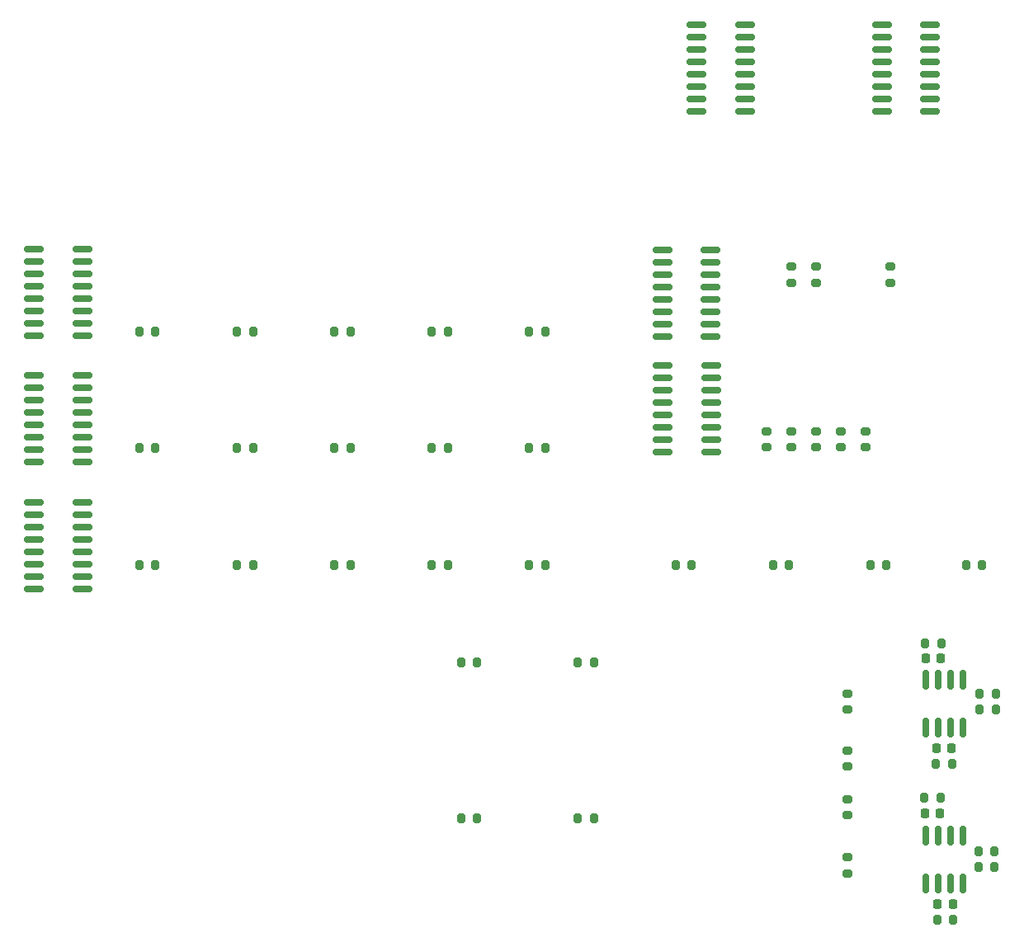
<source format=gbr>
%TF.GenerationSoftware,KiCad,Pcbnew,7.0.2*%
%TF.CreationDate,2025-02-19T16:25:23+00:00*%
%TF.ProjectId,dk2_04_top,646b325f-3034-45f7-946f-702e6b696361,rev?*%
%TF.SameCoordinates,Original*%
%TF.FileFunction,Paste,Bot*%
%TF.FilePolarity,Positive*%
%FSLAX46Y46*%
G04 Gerber Fmt 4.6, Leading zero omitted, Abs format (unit mm)*
G04 Created by KiCad (PCBNEW 7.0.2) date 2025-02-19 16:25:23*
%MOMM*%
%LPD*%
G01*
G04 APERTURE LIST*
G04 Aperture macros list*
%AMRoundRect*
0 Rectangle with rounded corners*
0 $1 Rounding radius*
0 $2 $3 $4 $5 $6 $7 $8 $9 X,Y pos of 4 corners*
0 Add a 4 corners polygon primitive as box body*
4,1,4,$2,$3,$4,$5,$6,$7,$8,$9,$2,$3,0*
0 Add four circle primitives for the rounded corners*
1,1,$1+$1,$2,$3*
1,1,$1+$1,$4,$5*
1,1,$1+$1,$6,$7*
1,1,$1+$1,$8,$9*
0 Add four rect primitives between the rounded corners*
20,1,$1+$1,$2,$3,$4,$5,0*
20,1,$1+$1,$4,$5,$6,$7,0*
20,1,$1+$1,$6,$7,$8,$9,0*
20,1,$1+$1,$8,$9,$2,$3,0*%
G04 Aperture macros list end*
%ADD10RoundRect,0.200000X0.200000X0.275000X-0.200000X0.275000X-0.200000X-0.275000X0.200000X-0.275000X0*%
%ADD11RoundRect,0.200000X-0.275000X0.200000X-0.275000X-0.200000X0.275000X-0.200000X0.275000X0.200000X0*%
%ADD12RoundRect,0.200000X0.275000X-0.200000X0.275000X0.200000X-0.275000X0.200000X-0.275000X-0.200000X0*%
%ADD13RoundRect,0.150000X0.825000X0.150000X-0.825000X0.150000X-0.825000X-0.150000X0.825000X-0.150000X0*%
%ADD14RoundRect,0.200000X-0.200000X-0.275000X0.200000X-0.275000X0.200000X0.275000X-0.200000X0.275000X0*%
%ADD15RoundRect,0.225000X0.225000X0.250000X-0.225000X0.250000X-0.225000X-0.250000X0.225000X-0.250000X0*%
%ADD16RoundRect,0.150000X-0.150000X0.825000X-0.150000X-0.825000X0.150000X-0.825000X0.150000X0.825000X0*%
G04 APERTURE END LIST*
D10*
%TO.C,R23*%
X91000000Y-109000000D03*
X89350000Y-109000000D03*
%TD*%
%TO.C,R27*%
X131000000Y-109000000D03*
X129350000Y-109000000D03*
%TD*%
%TO.C,R29*%
X177100000Y-138400000D03*
X175450000Y-138400000D03*
%TD*%
D11*
%TO.C,R1*%
X162000000Y-122175000D03*
X162000000Y-123825000D03*
%TD*%
D10*
%TO.C,R22*%
X131000000Y-97000000D03*
X129350000Y-97000000D03*
%TD*%
%TO.C,R17*%
X131000000Y-85000000D03*
X129350000Y-85000000D03*
%TD*%
%TO.C,R18*%
X91000000Y-97000000D03*
X89350000Y-97000000D03*
%TD*%
%TO.C,R41*%
X156000000Y-109000000D03*
X154350000Y-109000000D03*
%TD*%
D11*
%TO.C,R11*%
X156210000Y-95250000D03*
X156210000Y-96900000D03*
%TD*%
D10*
%TO.C,R35*%
X177200000Y-122200000D03*
X175550000Y-122200000D03*
%TD*%
D12*
%TO.C,R9*%
X166370000Y-80010000D03*
X166370000Y-78360000D03*
%TD*%
D11*
%TO.C,R5*%
X153670000Y-95250000D03*
X153670000Y-96900000D03*
%TD*%
D10*
%TO.C,R26*%
X121000000Y-109000000D03*
X119350000Y-109000000D03*
%TD*%
%TO.C,R42*%
X166000000Y-109000000D03*
X164350000Y-109000000D03*
%TD*%
D13*
%TO.C,U6*%
X151475000Y-53555000D03*
X151475000Y-54825000D03*
X151475000Y-56095000D03*
X151475000Y-57365000D03*
X151475000Y-58635000D03*
X151475000Y-59905000D03*
X151475000Y-61175000D03*
X151475000Y-62445000D03*
X146525000Y-62445000D03*
X146525000Y-61175000D03*
X146525000Y-59905000D03*
X146525000Y-58635000D03*
X146525000Y-57365000D03*
X146525000Y-56095000D03*
X146525000Y-54825000D03*
X146525000Y-53555000D03*
%TD*%
D10*
%TO.C,R14*%
X101000000Y-85000000D03*
X99350000Y-85000000D03*
%TD*%
D12*
%TO.C,R8*%
X156210000Y-80010000D03*
X156210000Y-78360000D03*
%TD*%
D13*
%TO.C,U1*%
X147950000Y-76650000D03*
X147950000Y-77920000D03*
X147950000Y-79190000D03*
X147950000Y-80460000D03*
X147950000Y-81730000D03*
X147950000Y-83000000D03*
X147950000Y-84270000D03*
X147950000Y-85540000D03*
X143000000Y-85540000D03*
X143000000Y-84270000D03*
X143000000Y-83000000D03*
X143000000Y-81730000D03*
X143000000Y-80460000D03*
X143000000Y-79190000D03*
X143000000Y-77920000D03*
X143000000Y-76650000D03*
%TD*%
D14*
%TO.C,R30*%
X122350000Y-119000000D03*
X124000000Y-119000000D03*
%TD*%
D10*
%TO.C,R15*%
X111000000Y-85000000D03*
X109350000Y-85000000D03*
%TD*%
D14*
%TO.C,R36*%
X122350000Y-135000000D03*
X124000000Y-135000000D03*
%TD*%
D10*
%TO.C,R21*%
X121000000Y-97000000D03*
X119350000Y-97000000D03*
%TD*%
%TO.C,R20*%
X111000000Y-97000000D03*
X109350000Y-97000000D03*
%TD*%
D11*
%TO.C,R10*%
X161290000Y-95250000D03*
X161290000Y-96900000D03*
%TD*%
D10*
%TO.C,R13*%
X91000000Y-85000000D03*
X89350000Y-85000000D03*
%TD*%
D11*
%TO.C,R4*%
X162000000Y-139000000D03*
X162000000Y-140650000D03*
%TD*%
%TO.C,R7*%
X158750000Y-95250000D03*
X158750000Y-96900000D03*
%TD*%
D15*
%TO.C,C4*%
X172700000Y-127800000D03*
X171150000Y-127800000D03*
%TD*%
D10*
%TO.C,R16*%
X121000000Y-85000000D03*
X119350000Y-85000000D03*
%TD*%
D11*
%TO.C,R6*%
X163830000Y-95250000D03*
X163830000Y-96900000D03*
%TD*%
D13*
%TO.C,U2*%
X148000000Y-88460000D03*
X148000000Y-89730000D03*
X148000000Y-91000000D03*
X148000000Y-92270000D03*
X148000000Y-93540000D03*
X148000000Y-94810000D03*
X148000000Y-96080000D03*
X148000000Y-97350000D03*
X143050000Y-97350000D03*
X143050000Y-96080000D03*
X143050000Y-94810000D03*
X143050000Y-93540000D03*
X143050000Y-92270000D03*
X143050000Y-91000000D03*
X143050000Y-89730000D03*
X143050000Y-88460000D03*
%TD*%
%TO.C,U9*%
X170475000Y-53555000D03*
X170475000Y-54825000D03*
X170475000Y-56095000D03*
X170475000Y-57365000D03*
X170475000Y-58635000D03*
X170475000Y-59905000D03*
X170475000Y-61175000D03*
X170475000Y-62445000D03*
X165525000Y-62445000D03*
X165525000Y-61175000D03*
X165525000Y-59905000D03*
X165525000Y-58635000D03*
X165525000Y-57365000D03*
X165525000Y-56095000D03*
X165525000Y-54825000D03*
X165525000Y-53555000D03*
%TD*%
D15*
%TO.C,C2*%
X172800000Y-143800000D03*
X171250000Y-143800000D03*
%TD*%
D11*
%TO.C,R2*%
X162000000Y-128000000D03*
X162000000Y-129650000D03*
%TD*%
D12*
%TO.C,R12*%
X158750000Y-80010000D03*
X158750000Y-78360000D03*
%TD*%
D13*
%TO.C,U5*%
X83475000Y-89555000D03*
X83475000Y-90825000D03*
X83475000Y-92095000D03*
X83475000Y-93365000D03*
X83475000Y-94635000D03*
X83475000Y-95905000D03*
X83475000Y-97175000D03*
X83475000Y-98445000D03*
X78525000Y-98445000D03*
X78525000Y-97175000D03*
X78525000Y-95905000D03*
X78525000Y-94635000D03*
X78525000Y-93365000D03*
X78525000Y-92095000D03*
X78525000Y-90825000D03*
X78525000Y-89555000D03*
%TD*%
D15*
%TO.C,C1*%
X171500000Y-134500000D03*
X169950000Y-134500000D03*
%TD*%
D10*
%TO.C,R28*%
X146000000Y-109000000D03*
X144350000Y-109000000D03*
%TD*%
%TO.C,R34*%
X172850000Y-145400000D03*
X171200000Y-145400000D03*
%TD*%
%TO.C,R33*%
X171550000Y-132900000D03*
X169900000Y-132900000D03*
%TD*%
D13*
%TO.C,U10*%
X83475000Y-102555000D03*
X83475000Y-103825000D03*
X83475000Y-105095000D03*
X83475000Y-106365000D03*
X83475000Y-107635000D03*
X83475000Y-108905000D03*
X83475000Y-110175000D03*
X83475000Y-111445000D03*
X78525000Y-111445000D03*
X78525000Y-110175000D03*
X78525000Y-108905000D03*
X78525000Y-107635000D03*
X78525000Y-106365000D03*
X78525000Y-105095000D03*
X78525000Y-103825000D03*
X78525000Y-102555000D03*
%TD*%
D16*
%TO.C,U7*%
X170045000Y-136725000D03*
X171315000Y-136725000D03*
X172585000Y-136725000D03*
X173855000Y-136725000D03*
X173855000Y-141675000D03*
X172585000Y-141675000D03*
X171315000Y-141675000D03*
X170045000Y-141675000D03*
%TD*%
D15*
%TO.C,C3*%
X171600000Y-118600000D03*
X170050000Y-118600000D03*
%TD*%
D10*
%TO.C,R25*%
X111000000Y-109000000D03*
X109350000Y-109000000D03*
%TD*%
D16*
%TO.C,U8*%
X170080000Y-120725000D03*
X171350000Y-120725000D03*
X172620000Y-120725000D03*
X173890000Y-120725000D03*
X173890000Y-125675000D03*
X172620000Y-125675000D03*
X171350000Y-125675000D03*
X170080000Y-125675000D03*
%TD*%
D10*
%TO.C,R31*%
X177100000Y-140000000D03*
X175450000Y-140000000D03*
%TD*%
%TO.C,R39*%
X171650000Y-117000000D03*
X170000000Y-117000000D03*
%TD*%
D14*
%TO.C,R32*%
X134350000Y-119000000D03*
X136000000Y-119000000D03*
%TD*%
D10*
%TO.C,R43*%
X175825000Y-109000000D03*
X174175000Y-109000000D03*
%TD*%
D11*
%TO.C,R3*%
X162000000Y-133000000D03*
X162000000Y-134650000D03*
%TD*%
D10*
%TO.C,R37*%
X177200000Y-123800000D03*
X175550000Y-123800000D03*
%TD*%
D14*
%TO.C,R38*%
X134350000Y-135000000D03*
X136000000Y-135000000D03*
%TD*%
D10*
%TO.C,R40*%
X172750000Y-129400000D03*
X171100000Y-129400000D03*
%TD*%
%TO.C,R19*%
X101000000Y-97000000D03*
X99350000Y-97000000D03*
%TD*%
%TO.C,R24*%
X101000000Y-109000000D03*
X99350000Y-109000000D03*
%TD*%
D13*
%TO.C,U4*%
X83475000Y-76555000D03*
X83475000Y-77825000D03*
X83475000Y-79095000D03*
X83475000Y-80365000D03*
X83475000Y-81635000D03*
X83475000Y-82905000D03*
X83475000Y-84175000D03*
X83475000Y-85445000D03*
X78525000Y-85445000D03*
X78525000Y-84175000D03*
X78525000Y-82905000D03*
X78525000Y-81635000D03*
X78525000Y-80365000D03*
X78525000Y-79095000D03*
X78525000Y-77825000D03*
X78525000Y-76555000D03*
%TD*%
M02*

</source>
